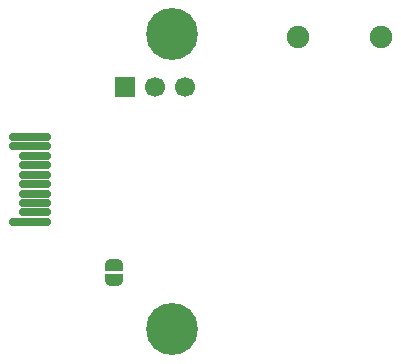
<source format=gbs>
G04 #@! TF.GenerationSoftware,KiCad,Pcbnew,9.0.3*
G04 #@! TF.CreationDate,2025-07-21T23:33:25+01:00*
G04 #@! TF.ProjectId,dectspansion,64656374-7370-4616-9e73-696f6e2e6b69,rev?*
G04 #@! TF.SameCoordinates,Original*
G04 #@! TF.FileFunction,Soldermask,Bot*
G04 #@! TF.FilePolarity,Negative*
%FSLAX46Y46*%
G04 Gerber Fmt 4.6, Leading zero omitted, Abs format (unit mm)*
G04 Created by KiCad (PCBNEW 9.0.3) date 2025-07-21 23:33:25*
%MOMM*%
%LPD*%
G01*
G04 APERTURE LIST*
G04 Aperture macros list*
%AMRoundRect*
0 Rectangle with rounded corners*
0 $1 Rounding radius*
0 $2 $3 $4 $5 $6 $7 $8 $9 X,Y pos of 4 corners*
0 Add a 4 corners polygon primitive as box body*
4,1,4,$2,$3,$4,$5,$6,$7,$8,$9,$2,$3,0*
0 Add four circle primitives for the rounded corners*
1,1,$1+$1,$2,$3*
1,1,$1+$1,$4,$5*
1,1,$1+$1,$6,$7*
1,1,$1+$1,$8,$9*
0 Add four rect primitives between the rounded corners*
20,1,$1+$1,$2,$3,$4,$5,0*
20,1,$1+$1,$4,$5,$6,$7,0*
20,1,$1+$1,$6,$7,$8,$9,0*
20,1,$1+$1,$8,$9,$2,$3,0*%
%AMFreePoly0*
4,1,23,0.500000,-0.750000,0.000000,-0.750000,0.000000,-0.745722,-0.065263,-0.745722,-0.191342,-0.711940,-0.304381,-0.646677,-0.396677,-0.554381,-0.461940,-0.441342,-0.495722,-0.315263,-0.495722,-0.250000,-0.500000,-0.250000,-0.500000,0.250000,-0.495722,0.250000,-0.495722,0.315263,-0.461940,0.441342,-0.396677,0.554381,-0.304381,0.646677,-0.191342,0.711940,-0.065263,0.745722,0.000000,0.745722,
0.000000,0.750000,0.500000,0.750000,0.500000,-0.750000,0.500000,-0.750000,$1*%
%AMFreePoly1*
4,1,23,0.000000,0.745722,0.065263,0.745722,0.191342,0.711940,0.304381,0.646677,0.396677,0.554381,0.461940,0.441342,0.495722,0.315263,0.495722,0.250000,0.500000,0.250000,0.500000,-0.250000,0.495722,-0.250000,0.495722,-0.315263,0.461940,-0.441342,0.396677,-0.554381,0.304381,-0.646677,0.191342,-0.711940,0.065263,-0.745722,0.000000,-0.745722,0.000000,-0.750000,-0.500000,-0.750000,
-0.500000,0.750000,0.000000,0.750000,0.000000,0.745722,0.000000,0.745722,$1*%
G04 Aperture macros list end*
%ADD10C,1.900000*%
%ADD11RoundRect,0.150000X-1.600000X-0.150000X1.600000X-0.150000X1.600000X0.150000X-1.600000X0.150000X0*%
%ADD12RoundRect,0.150000X-1.200000X-0.150000X1.200000X-0.150000X1.200000X0.150000X-1.200000X0.150000X0*%
%ADD13C,0.700000*%
%ADD14C,4.400000*%
%ADD15R,1.700000X1.700000*%
%ADD16C,1.700000*%
%ADD17FreePoly0,270.000000*%
%ADD18FreePoly1,270.000000*%
G04 APERTURE END LIST*
D10*
X130160000Y-87780000D03*
X123160000Y-87780000D03*
D11*
X100500000Y-103400000D03*
D12*
X100900000Y-102600000D03*
X100900000Y-101800000D03*
X100900000Y-101000000D03*
X100900000Y-100200000D03*
X100900000Y-99400000D03*
X100900000Y-98600000D03*
X100900000Y-97800000D03*
D11*
X100500000Y-97000000D03*
X100500000Y-96200000D03*
D13*
X110850000Y-87500000D03*
X111333274Y-86333274D03*
X111333274Y-88666726D03*
X112500000Y-85850000D03*
D14*
X112500000Y-87500000D03*
D13*
X112500000Y-89150000D03*
X113666726Y-86333274D03*
X113666726Y-88666726D03*
X114150000Y-87500000D03*
D15*
X108500000Y-91960000D03*
D16*
X111040000Y-91960000D03*
X113580000Y-91960000D03*
D13*
X110850000Y-112500000D03*
X111333274Y-111333274D03*
X111333274Y-113666726D03*
X112500000Y-110850000D03*
D14*
X112500000Y-112500000D03*
D13*
X112500000Y-114150000D03*
X113666726Y-111333274D03*
X113666726Y-113666726D03*
X114150000Y-112500000D03*
D17*
X107560000Y-107060000D03*
D18*
X107560000Y-108360000D03*
M02*

</source>
